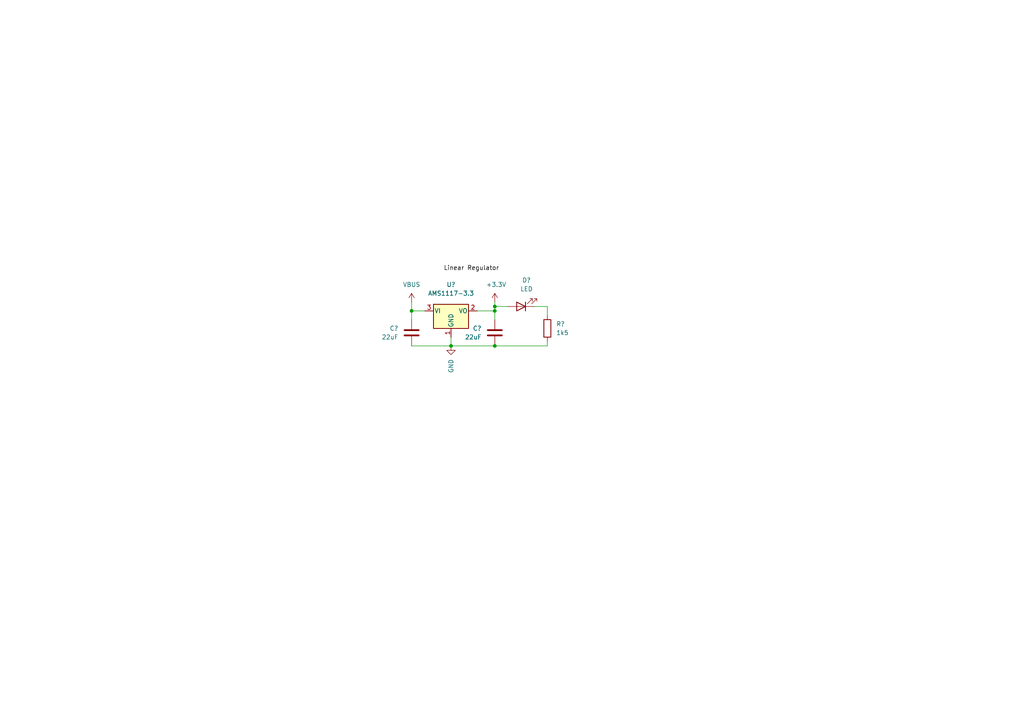
<source format=kicad_sch>
(kicad_sch (version 20211123) (generator eeschema)
  (paper "A4")
  (lib_symbols
    (symbol "Device:C" (pin_numbers hide) (pin_names (offset 0.254))
      (property "Reference" "C" (at 0.635 2.54 0))
      (property "Value" "C" (at 0.635 -2.54 0))
      (symbol "C_0_1"
        (polyline (pts (xy -2.032 -0.762) (xy 2.032 -0.762)) (stroke (width 0.508)))
        (polyline (pts (xy -2.032 0.762) (xy 2.032 0.762)) (stroke (width 0.508)))
      )
      (symbol "C_1_1"
        (pin passive line (at 0 3.81 270) (length 2.794) (name "~") (number "1"))
        (pin passive line (at 0 -3.81 90) (length 2.794) (name "~") (number "2"))
      )
    )
    (symbol "Device:LED" (pin_numbers hide) (pin_names (offset 1.016) hide)
      (property "Reference" "D" (at 0 2.54 0))
      (property "Value" "LED" (at 0 -2.54 0))
      (symbol "LED_0_1"
        (polyline (pts (xy -1.27 -1.27) (xy -1.27 1.27)) (stroke (width 0.254)))
        (polyline (pts (xy -1.27 0) (xy 1.27 0)))
        (polyline (pts (xy 1.27 -1.27) (xy 1.27 1.27) (xy -1.27 0) (xy 1.27 -1.27)) (stroke (width 0.254)))
        (polyline (pts (xy -3.048 -0.762) (xy -4.572 -2.286) (xy -3.81 -2.286) (xy -4.572 -2.286) (xy -4.572 -1.524)))
        (polyline (pts (xy -1.778 -0.762) (xy -3.302 -2.286) (xy -2.54 -2.286) (xy -3.302 -2.286) (xy -3.302 -1.524)))
      )
      (symbol "LED_1_1"
        (pin passive line (at -3.81 0 0) (length 2.54) (name "K") (number "1"))
        (pin passive line (at 3.81 0 180) (length 2.54) (name "A") (number "2"))
      )
    )
    (symbol "Device:R" (pin_numbers hide) (pin_names (offset 0))
      (property "Reference" "R" (at 2.032 0 90))
      (property "Value" "R" (at 0 0 90))
      (symbol "R_0_1"
        (rectangle (start -1.016 -2.54) (end 1.016 2.54) (stroke (width 0.254)))
      )
      (symbol "R_1_1"
        (pin passive line (at 0 3.81 270) (length 1.27) (name "~") (number "1"))
        (pin passive line (at 0 -3.81 90) (length 1.27) (name "~") (number "2"))
      )
    )
    (symbol "Regulator_Linear:AMS1117-3.3" (pin_names (offset 0.254))
      (property "Reference" "U" (at -3.81 3.175 0))
      (property "Value" "AMS1117-3.3" (at 0 3.175 0))
      (symbol "AMS1117-3.3_0_1"
        (rectangle (start -5.08 -5.08) (end 5.08 1.905) (stroke (width 0.254)) (fill (type background)))
      )
      (symbol "AMS1117-3.3_1_1"
        (pin power_in line (at 0 -7.62 90) (length 2.54) (name "GND") (number "1"))
        (pin power_out line (at 7.62 0 180) (length 2.54) (name "VO") (number "2"))
        (pin power_in line (at -7.62 0 0) (length 2.54) (name "VI") (number "3"))
      )
    )
    (symbol "power:+3.3V" (power) (pin_names (offset 0))
      (property "Value" "+3.3V" (at 0 3.556 0))
      (symbol "+3.3V_0_1"
        (polyline (pts (xy -0.762 1.27) (xy 0 2.54)))
        (polyline (pts (xy 0 0) (xy 0 2.54)))
        (polyline (pts (xy 0 2.54) (xy 0.762 1.27)))
      )
      (symbol "+3.3V_1_1"
        (pin power_in line (at 0 0 90) (length 0) hide (name "+3.3V") (number "1"))
      )
    )
    (symbol "power:GND" (power) (pin_names (offset 0))
      (property "Value" "GND" (at 0 -3.81 0))
      (symbol "GND_0_1"
        (polyline (pts (xy 0 0) (xy 0 -1.27) (xy 1.27 -1.27) (xy 0 -2.54) (xy -1.27 -1.27) (xy 0 -1.27)))
      )
      (symbol "GND_1_1"
        (pin power_in line (at 0 0 270) (length 0) hide (name "GND") (number "1"))
      )
    )
    (symbol "power:VBUS" (power) (pin_names (offset 0))
      (property "Value" "VBUS" (at 0 3.81 0))
      (symbol "VBUS_0_1"
        (polyline (pts (xy -0.762 1.27) (xy 0 2.54)))
        (polyline (pts (xy 0 0) (xy 0 2.54)))
        (polyline (pts (xy 0 2.54) (xy 0.762 1.27)))
      )
      (symbol "VBUS_1_1"
        (pin power_in line (at 0 0 90) (length 0) hide (name "VBUS") (number "1"))
      )
    )
  )
  (junction (at 119.38 90.17))
  (junction (at 143.51 90.17))
  (junction (at 143.51 100.33))
  (junction (at 130.81 100.33))
  (junction (at 143.51 88.9))
  (wire (pts (xy 119.38 87.63) (xy 119.38 90.17)))
  (wire (pts (xy 143.51 88.9) (xy 147.32 88.9)))
  (wire (pts (xy 119.38 100.33) (xy 130.81 100.33)))
  (wire (pts (xy 123.19 90.17) (xy 119.38 90.17)))
  (wire (pts (xy 143.51 87.63) (xy 143.51 88.9)))
  (wire (pts (xy 143.51 90.17) (xy 143.51 92.71)))
  (wire (pts (xy 138.43 90.17) (xy 143.51 90.17)))
  (wire (pts (xy 158.75 99.06) (xy 158.75 100.33)))
  (wire (pts (xy 158.75 88.9) (xy 158.75 91.44)))
  (wire (pts (xy 158.75 100.33) (xy 143.51 100.33)))
  (wire (pts (xy 143.51 88.9) (xy 143.51 90.17)))
  (wire (pts (xy 130.81 100.33) (xy 143.51 100.33)))
  (wire (pts (xy 119.38 90.17) (xy 119.38 92.71)))
  (wire (pts (xy 154.94 88.9) (xy 158.75 88.9)))
  (wire (pts (xy 130.81 97.79) (xy 130.81 100.33)))
  (label "Linear Regulator" (at 144.78 78.74 180))
  (symbol (lib_id "Device:C") (at 119.38 96.52 0) (mirror x) (unit 1)
    (property "Reference" "C?" (at 115.57 95.2499 0) (effects (justify right)))
    (property "Value" "22uF" (at 115.57 97.7899 0) (effects (justify right)))
  )
  (symbol (lib_id "power:GND") (at 130.81 100.33 0) (unit 1)
    (property "Reference" "#PWR?" (effects hide))
    (property "Value" "GND" (at 130.8099 104.14 90) (effects (justify right)))
  )
  (symbol (lib_id "Device:C") (at 143.51 96.52 0) (mirror x) (unit 1)
    (property "Reference" "C?" (at 139.7 95.2499 0) (effects (justify right)))
    (property "Value" "22uF" (at 139.7 97.7899 0) (effects (justify right)))
  )
  (symbol (lib_id "power:+3.3V") (at 143.51 87.63 0) (mirror y) (unit 1)
    (property "Reference" "#PWR?" (effects hide))
    (property "Value" "+3.3V" (at 140.97 82.55 0) (effects (justify right)))
  )
  (symbol (lib_id "Device:LED") (at 151.13 88.9 180) (unit 1)
    (property "Reference" "D?" (at 152.7175 81.28 0))
    (property "Value" "LED" (at 152.7175 83.82 0))
  )
  (symbol (lib_id "Device:R") (at 158.75 95.25 0) (unit 1)
    (property "Reference" "R?" (at 161.29 93.9799 0) (effects (justify left)))
    (property "Value" "1k5" (at 161.29 96.5199 0) (effects (justify left)))
  )
  (symbol (lib_id "Regulator_Linear:AMS1117-3.3") (at 130.81 90.17 0) (unit 1)
    (property "Reference" "U?" (at 130.81 82.55 0))
    (property "Value" "AMS1117-3.3" (at 130.81 85.09 0))
    (property "Footprint" "Package_TO_SOT_SMD:SOT-223-3_TabPin2" (effects hide))
    (property "Datasheet" "http://www.advanced-monolithic.com/pdf/ds1117.pdf" (effects hide))
  )
  (symbol (lib_id "power:VBUS") (at 119.38 87.63 0) (unit 1)
    (property "Reference" "#PWR?" (effects hide))
    (property "Value" "VBUS" (at 119.38 82.55 0))
  )
)
</source>
